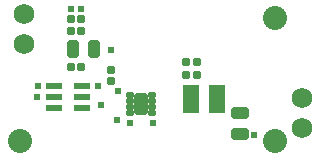
<source format=gts>
G04*
G04 #@! TF.GenerationSoftware,Altium Limited,Altium Designer,25.4.2 (15)*
G04*
G04 Layer_Color=8388736*
%FSLAX44Y44*%
%MOMM*%
G71*
G04*
G04 #@! TF.SameCoordinates,D5283B10-4766-4311-8C28-4DB947979AFB*
G04*
G04*
G04 #@! TF.FilePolarity,Negative*
G04*
G01*
G75*
%ADD23R,1.3300X0.5600*%
%ADD24C,2.0320*%
G04:AMPARAMS|DCode=25|XSize=1.5032mm|YSize=0.9632mm|CornerRadius=0.1966mm|HoleSize=0mm|Usage=FLASHONLY|Rotation=0.000|XOffset=0mm|YOffset=0mm|HoleType=Round|Shape=RoundedRectangle|*
%AMROUNDEDRECTD25*
21,1,1.5032,0.5700,0,0,0.0*
21,1,1.1100,0.9632,0,0,0.0*
1,1,0.3932,0.5550,-0.2850*
1,1,0.3932,-0.5550,-0.2850*
1,1,0.3932,-0.5550,0.2850*
1,1,0.3932,0.5550,0.2850*
%
%ADD25ROUNDEDRECTD25*%
G04:AMPARAMS|DCode=26|XSize=0.4532mm|YSize=0.7032mm|CornerRadius=0.1516mm|HoleSize=0mm|Usage=FLASHONLY|Rotation=90.000|XOffset=0mm|YOffset=0mm|HoleType=Round|Shape=RoundedRectangle|*
%AMROUNDEDRECTD26*
21,1,0.4532,0.4000,0,0,90.0*
21,1,0.1500,0.7032,0,0,90.0*
1,1,0.3032,0.2000,0.0750*
1,1,0.3032,0.2000,-0.0750*
1,1,0.3032,-0.2000,-0.0750*
1,1,0.3032,-0.2000,0.0750*
%
%ADD26ROUNDEDRECTD26*%
G04:AMPARAMS|DCode=27|XSize=1.1032mm|YSize=1.8032mm|CornerRadius=0.1511mm|HoleSize=0mm|Usage=FLASHONLY|Rotation=0.000|XOffset=0mm|YOffset=0mm|HoleType=Round|Shape=RoundedRectangle|*
%AMROUNDEDRECTD27*
21,1,1.1032,1.5010,0,0,0.0*
21,1,0.8010,1.8032,0,0,0.0*
1,1,0.3022,0.4005,-0.7505*
1,1,0.3022,-0.4005,-0.7505*
1,1,0.3022,-0.4005,0.7505*
1,1,0.3022,0.4005,0.7505*
%
%ADD27ROUNDEDRECTD27*%
G04:AMPARAMS|DCode=28|XSize=0.7532mm|YSize=0.7032mm|CornerRadius=0.1641mm|HoleSize=0mm|Usage=FLASHONLY|Rotation=270.000|XOffset=0mm|YOffset=0mm|HoleType=Round|Shape=RoundedRectangle|*
%AMROUNDEDRECTD28*
21,1,0.7532,0.3750,0,0,270.0*
21,1,0.4250,0.7032,0,0,270.0*
1,1,0.3282,-0.1875,-0.2125*
1,1,0.3282,-0.1875,0.2125*
1,1,0.3282,0.1875,0.2125*
1,1,0.3282,0.1875,-0.2125*
%
%ADD28ROUNDEDRECTD28*%
%ADD29R,1.4332X2.4232*%
G04:AMPARAMS|DCode=30|XSize=1.5032mm|YSize=0.9632mm|CornerRadius=0.1966mm|HoleSize=0mm|Usage=FLASHONLY|Rotation=90.000|XOffset=0mm|YOffset=0mm|HoleType=Round|Shape=RoundedRectangle|*
%AMROUNDEDRECTD30*
21,1,1.5032,0.5700,0,0,90.0*
21,1,1.1100,0.9632,0,0,90.0*
1,1,0.3932,0.2850,0.5550*
1,1,0.3932,0.2850,-0.5550*
1,1,0.3932,-0.2850,-0.5550*
1,1,0.3932,-0.2850,0.5550*
%
%ADD30ROUNDEDRECTD30*%
G04:AMPARAMS|DCode=31|XSize=0.7532mm|YSize=0.7032mm|CornerRadius=0.1641mm|HoleSize=0mm|Usage=FLASHONLY|Rotation=180.000|XOffset=0mm|YOffset=0mm|HoleType=Round|Shape=RoundedRectangle|*
%AMROUNDEDRECTD31*
21,1,0.7532,0.3750,0,0,180.0*
21,1,0.4250,0.7032,0,0,180.0*
1,1,0.3282,-0.2125,0.1875*
1,1,0.3282,0.2125,0.1875*
1,1,0.3282,0.2125,-0.1875*
1,1,0.3282,-0.2125,-0.1875*
%
%ADD31ROUNDEDRECTD31*%
%ADD32C,1.7272*%
%ADD33C,0.6096*%
%ADD34C,0.6400*%
D23*
X46927Y63260D02*
D03*
Y53760D02*
D03*
Y44260D02*
D03*
X70927D02*
D03*
Y53760D02*
D03*
Y63260D02*
D03*
D24*
X17780Y16510D02*
D03*
X233680D02*
D03*
Y120650D02*
D03*
D25*
X204470Y40750D02*
D03*
Y22850D02*
D03*
D26*
X111121Y55760D02*
D03*
Y50760D02*
D03*
Y45760D02*
D03*
Y40760D02*
D03*
X130121D02*
D03*
Y45760D02*
D03*
Y50760D02*
D03*
Y55760D02*
D03*
D27*
X120621Y48260D02*
D03*
D28*
X158762Y72980D02*
D03*
X167762D02*
D03*
X158750Y83820D02*
D03*
X167750D02*
D03*
X70095Y79090D02*
D03*
X61095D02*
D03*
X70095Y109570D02*
D03*
X61095D02*
D03*
Y119730D02*
D03*
X70095D02*
D03*
D29*
X163140Y52070D02*
D03*
X184840D02*
D03*
D30*
X80835Y94330D02*
D03*
X62935D02*
D03*
D31*
X95250Y67890D02*
D03*
Y76890D02*
D03*
D32*
X256709Y27541D02*
D03*
Y52941D02*
D03*
X21590Y124460D02*
D03*
Y99060D02*
D03*
D33*
X215900Y21590D02*
D03*
X86674Y47511D02*
D03*
X69850Y128270D02*
D03*
X111259Y31615D02*
D03*
X100140Y34555D02*
D03*
X101418Y59370D02*
D03*
X83982Y63253D02*
D03*
X60960Y128270D02*
D03*
X95250Y93980D02*
D03*
X32519Y54242D02*
D03*
X33020Y63500D02*
D03*
X130308Y31959D02*
D03*
D34*
X120621Y52260D02*
D03*
Y44260D02*
D03*
M02*

</source>
